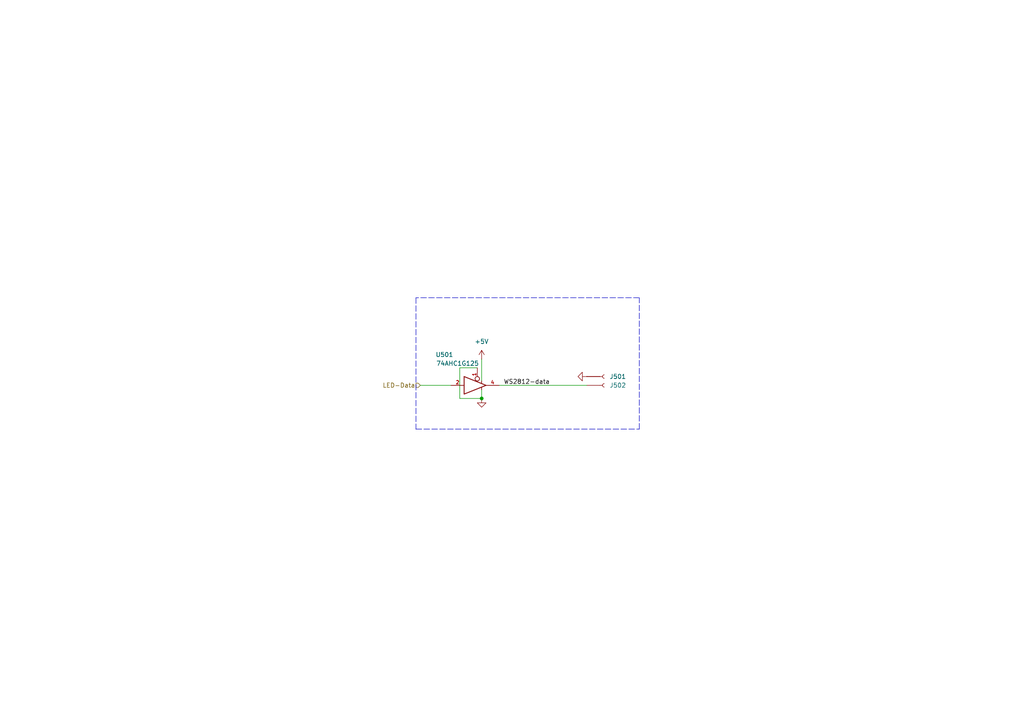
<source format=kicad_sch>
(kicad_sch (version 20250114) (generator "eeschema") (generator_version "9.0")
  (paper "A4")
  (title_block (title "LED Strip") (date "2023-01-12") (company "Versio Duo"))
  (lib_symbols
    (symbol "V2_74xGxx:74AHC1G125" (pin_names (offset 1.016))
      (property "Reference" "U" (at -8.89 -3.81 0))
      (property "Value" "74AHC1G125" (at -3.81 -6.35 0))
      (symbol "74AHC1G125_0_1"
        (polyline (pts (xy -3.81 2.54) (xy -3.81 -2.54) (xy 2.54 0) (xy -3.81 2.54)) (stroke (width 0.254)))
      )
      (symbol "74AHC1G125_1_1"
        (pin input line (at -7.62 0 0) (length 3.81) (name "") (number "2"))
        (pin input inverted (at 0 5.08 270) (length 3.81) (name "") (number "1"))
        (pin power_in line (at 1.27 1.27 270) (length 0.635) (name "") (number "5"))
        (pin power_in line (at 1.27 -1.27 90) (length 0.635) (name "") (number "3"))
        (pin tri_state line (at 6.35 0 180) (length 3.81) (name "") (number "4"))
      )
    )
    (symbol "V2_Connector_WAGO:2065" (pin_numbers (hide yes)) (pin_names (offset 1.016) (hide yes))
      (property "Reference" "J" (at -5.08 6.35 0))
      (symbol "2065_1_1"
        (polyline (pts (xy -1.27 0) (xy -0.508 0)) (stroke (width 0.1524)))
        (arc (start 0 -0.508) (mid -0.5058 0) (end 0 0.508) (stroke (width 0.1524)))
        (pin passive line (at -5.08 0 0) (length 3.81) (name "") (number "1"))
      )
    )
    (symbol "power:+5V" (power) (pin_numbers (hide yes)) (pin_names (offset 0) (hide yes))
      (property "Value" "+5V" (at 0 3.556 0))
      (symbol "+5V_0_1"
        (polyline (pts (xy -0.762 1.27) (xy 0 2.54)))
        (polyline (pts (xy 0 2.54) (xy 0.762 1.27)))
        (polyline (pts (xy 0 0) (xy 0 2.54)))
      )
      (symbol "+5V_1_1"
        (pin power_in line (at 0 0 90) (length 0) (name "~") (number "1"))
      )
    )
    (symbol "power:GND" (power) (pin_numbers (hide yes)) (pin_names (offset 0) (hide yes))
      (property "Value" "GND" (at 0 -3.81 0))
      (symbol "GND_0_1"
        (polyline (pts (xy 0 0) (xy 0 -1.27) (xy 1.27 -1.27) (xy 0 -2.54) (xy -1.27 -1.27) (xy 0 -1.27)))
      )
      (symbol "GND_1_1"
        (pin power_in line (at 0 0 270) (length 0) (name "~") (number "1"))
      )
    )
  )
  (junction (at 139.7 115.57))
  (polyline (pts (xy 185.42 86.36) (xy 120.65 86.36)) (stroke (width 0) (type dash)))
  (wire (pts (xy 121.92 111.76) (xy 130.81 111.76)))
  (wire (pts (xy 139.7 104.14) (xy 139.7 110.49)))
  (polyline (pts (xy 185.42 124.46) (xy 185.42 86.36)) (stroke (width 0) (type dash)))
  (wire (pts (xy 133.35 106.68) (xy 133.35 115.57)))
  (wire (pts (xy 144.78 111.76) (xy 170.18 111.76)))
  (wire (pts (xy 133.35 115.57) (xy 139.7 115.57)))
  (polyline (pts (xy 120.65 86.36) (xy 120.65 124.46)) (stroke (width 0) (type dash)))
  (wire (pts (xy 139.7 113.03) (xy 139.7 115.57)))
  (polyline (pts (xy 120.65 124.46) (xy 185.42 124.46)) (stroke (width 0) (type dash)))
  (wire (pts (xy 138.43 106.68) (xy 133.35 106.68)))
  (label "WS2812-data" (at 146.05 111.76 0))
  (hierarchical_label "LED-Data" (shape input) (at 121.92 111.76 180))
  (symbol (lib_id "power:GND") (at 170.18 109.22 270) (unit 1)
    (property "Reference" "#PWR0502" (effects (hide yes)))
    (property "Value" "GND" (effects (hide yes)))
  )
  (symbol (lib_id "V2_Connector_WAGO:2065") (at 175.26 109.22 0) (unit 1) (exclude_from_sim yes)
    (property "Reference" "J501" (at 181.61 109.22 0) (effects (justify right)))
    (property "Value" "WAGO-2065" (effects (hide yes)))
    (property "Footprint" "V2_Connector_WAGO:2065-100" (effects (hide yes)))
  )
  (symbol (lib_id "power:+5V") (at 139.7 104.14 0) (unit 1)
    (property "Reference" "#PWR0501" (effects (hide yes)))
    (property "Value" "+5V" (at 139.7 99.06 0))
  )
  (symbol (lib_id "power:GND") (at 139.7 115.57 0) (unit 1)
    (property "Reference" "#PWR0503" (effects (hide yes)))
    (property "Value" "GND" (effects (hide yes)))
  )
  (symbol (lib_id "V2_Connector_WAGO:2065") (at 175.26 111.76 0) (unit 1) (exclude_from_sim yes)
    (property "Reference" "J502" (at 181.6101 111.76 0) (effects (justify right)))
    (property "Value" "WAGO-2065" (effects (hide yes)))
    (property "Footprint" "V2_Connector_WAGO:2065-100" (effects (hide yes)))
  )
  (symbol (lib_id "V2_74xGxx:74AHC1G125") (at 138.43 111.76 0) (unit 1)
    (property "Reference" "U501" (at 128.905 102.87 0))
    (property "Value" "74AHC1G125" (at 132.715 105.41 0))
    (property "Footprint" "Package_TO_SOT_SMD:SOT-23-5" (effects (hide yes)))
    (property "Datasheet" "http://www.ti.com/lit/sg/scyt129e/scyt129e.pdf" (effects (hide yes)))
  )
)
</source>
